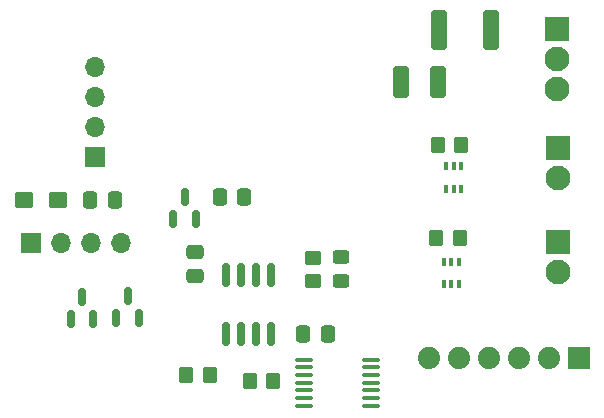
<source format=gbr>
%TF.GenerationSoftware,KiCad,Pcbnew,6.0.11-2627ca5db0~126~ubuntu22.04.1*%
%TF.CreationDate,2023-03-03T22:15:38-05:00*%
%TF.ProjectId,lin-coolant-temperature,6c696e2d-636f-46f6-9c61-6e742d74656d,1.0*%
%TF.SameCoordinates,Original*%
%TF.FileFunction,Soldermask,Top*%
%TF.FilePolarity,Negative*%
%FSLAX46Y46*%
G04 Gerber Fmt 4.6, Leading zero omitted, Abs format (unit mm)*
G04 Created by KiCad (PCBNEW 6.0.11-2627ca5db0~126~ubuntu22.04.1) date 2023-03-03 22:15:38*
%MOMM*%
%LPD*%
G01*
G04 APERTURE LIST*
G04 Aperture macros list*
%AMRoundRect*
0 Rectangle with rounded corners*
0 $1 Rounding radius*
0 $2 $3 $4 $5 $6 $7 $8 $9 X,Y pos of 4 corners*
0 Add a 4 corners polygon primitive as box body*
4,1,4,$2,$3,$4,$5,$6,$7,$8,$9,$2,$3,0*
0 Add four circle primitives for the rounded corners*
1,1,$1+$1,$2,$3*
1,1,$1+$1,$4,$5*
1,1,$1+$1,$6,$7*
1,1,$1+$1,$8,$9*
0 Add four rect primitives between the rounded corners*
20,1,$1+$1,$2,$3,$4,$5,0*
20,1,$1+$1,$4,$5,$6,$7,0*
20,1,$1+$1,$6,$7,$8,$9,0*
20,1,$1+$1,$8,$9,$2,$3,0*%
G04 Aperture macros list end*
%ADD10RoundRect,0.150000X0.150000X-0.587500X0.150000X0.587500X-0.150000X0.587500X-0.150000X-0.587500X0*%
%ADD11R,1.700000X1.700000*%
%ADD12O,1.700000X1.700000*%
%ADD13R,1.879600X1.879600*%
%ADD14C,1.879600*%
%ADD15RoundRect,0.250000X0.400000X1.450000X-0.400000X1.450000X-0.400000X-1.450000X0.400000X-1.450000X0*%
%ADD16RoundRect,0.250000X-0.337500X-0.475000X0.337500X-0.475000X0.337500X0.475000X-0.337500X0.475000X0*%
%ADD17RoundRect,0.250000X-0.475000X0.337500X-0.475000X-0.337500X0.475000X-0.337500X0.475000X0.337500X0*%
%ADD18RoundRect,0.250000X0.537500X0.425000X-0.537500X0.425000X-0.537500X-0.425000X0.537500X-0.425000X0*%
%ADD19RoundRect,0.250000X0.412500X1.100000X-0.412500X1.100000X-0.412500X-1.100000X0.412500X-1.100000X0*%
%ADD20RoundRect,0.150000X0.150000X-0.825000X0.150000X0.825000X-0.150000X0.825000X-0.150000X-0.825000X0*%
%ADD21R,2.100000X2.100000*%
%ADD22C,2.100000*%
%ADD23R,0.400000X0.650000*%
%ADD24RoundRect,0.100000X-0.637500X-0.100000X0.637500X-0.100000X0.637500X0.100000X-0.637500X0.100000X0*%
%ADD25RoundRect,0.250000X-0.350000X-0.450000X0.350000X-0.450000X0.350000X0.450000X-0.350000X0.450000X0*%
%ADD26RoundRect,0.250000X0.337500X0.475000X-0.337500X0.475000X-0.337500X-0.475000X0.337500X-0.475000X0*%
%ADD27RoundRect,0.250000X0.450000X-0.350000X0.450000X0.350000X-0.450000X0.350000X-0.450000X-0.350000X0*%
%ADD28RoundRect,0.250000X0.450000X-0.325000X0.450000X0.325000X-0.450000X0.325000X-0.450000X-0.325000X0*%
G04 APERTURE END LIST*
D10*
%TO.C,U4*%
X192220000Y-80095000D03*
X194120000Y-80095000D03*
X193170000Y-78220000D03*
%TD*%
D11*
%TO.C,U3*%
X185600000Y-74790000D03*
D12*
X185600000Y-72250000D03*
X185600000Y-69710000D03*
X185600000Y-67170000D03*
%TD*%
D13*
%TO.C,J1*%
X226520000Y-91800000D03*
D14*
X223980000Y-91800000D03*
X221440000Y-91800000D03*
X218900000Y-91800000D03*
X216360000Y-91800000D03*
X213820000Y-91800000D03*
%TD*%
D15*
%TO.C,F1*%
X219120000Y-64040000D03*
X214670000Y-64040000D03*
%TD*%
D16*
%TO.C,C7*%
X196160000Y-78220000D03*
X198235000Y-78220000D03*
%TD*%
D17*
%TO.C,C6*%
X194060000Y-82852500D03*
X194060000Y-84927500D03*
%TD*%
D18*
%TO.C,C5*%
X182420000Y-78480000D03*
X179545000Y-78480000D03*
%TD*%
D16*
%TO.C,C4*%
X185185000Y-78480000D03*
X187260000Y-78480000D03*
%TD*%
D19*
%TO.C,C3*%
X214610000Y-68490000D03*
X211485000Y-68490000D03*
%TD*%
D11*
%TO.C,J2*%
X180150000Y-82100000D03*
D12*
X182690000Y-82100000D03*
X185230000Y-82100000D03*
X187770000Y-82100000D03*
%TD*%
D20*
%TO.C,U1*%
X196670000Y-89800000D03*
X197940000Y-89800000D03*
X199210000Y-89800000D03*
X200480000Y-89800000D03*
X200480000Y-84850000D03*
X199210000Y-84850000D03*
X197940000Y-84850000D03*
X196670000Y-84850000D03*
%TD*%
D21*
%TO.C,J4*%
X224750000Y-74075000D03*
D22*
X224750000Y-76615000D03*
%TD*%
D10*
%TO.C,Q1*%
X187400000Y-88475000D03*
X189300000Y-88475000D03*
X188350000Y-86600000D03*
%TD*%
D23*
%TO.C,U7*%
X216400000Y-83675000D03*
X215750000Y-83675000D03*
X215100000Y-83675000D03*
X215100000Y-85575000D03*
X215750000Y-85575000D03*
X216400000Y-85575000D03*
%TD*%
D24*
%TO.C,U2*%
X203237500Y-91975000D03*
X203237500Y-92625000D03*
X203237500Y-93275000D03*
X203237500Y-93925000D03*
X203237500Y-94575000D03*
X203237500Y-95225000D03*
X203237500Y-95875000D03*
X208962500Y-95875000D03*
X208962500Y-95225000D03*
X208962500Y-94575000D03*
X208962500Y-93925000D03*
X208962500Y-93275000D03*
X208962500Y-92625000D03*
X208962500Y-91975000D03*
%TD*%
D25*
%TO.C,R1*%
X193325000Y-93250000D03*
X195325000Y-93250000D03*
%TD*%
D26*
%TO.C,C1*%
X205300000Y-89775000D03*
X203225000Y-89775000D03*
%TD*%
D23*
%TO.C,U6*%
X216600000Y-75600000D03*
X215950000Y-75600000D03*
X215300000Y-75600000D03*
X215300000Y-77500000D03*
X215950000Y-77500000D03*
X216600000Y-77500000D03*
%TD*%
D27*
%TO.C,R5*%
X204025000Y-85350000D03*
X204025000Y-83350000D03*
%TD*%
D21*
%TO.C,J5*%
X224750000Y-82030000D03*
D22*
X224750000Y-84570000D03*
%TD*%
D28*
%TO.C,D1*%
X206450000Y-85350000D03*
X206450000Y-83300000D03*
%TD*%
D25*
%TO.C,R19*%
X214600000Y-73775000D03*
X216600000Y-73775000D03*
%TD*%
D21*
%TO.C,J3*%
X224700000Y-64000000D03*
D22*
X224700000Y-66540000D03*
X224700000Y-69080000D03*
%TD*%
D25*
%TO.C,R20*%
X214475000Y-81700000D03*
X216475000Y-81700000D03*
%TD*%
D10*
%TO.C,Q2*%
X183550000Y-88525000D03*
X185450000Y-88525000D03*
X184500000Y-86650000D03*
%TD*%
D25*
%TO.C,R2*%
X198675000Y-93775000D03*
X200675000Y-93775000D03*
%TD*%
M02*

</source>
